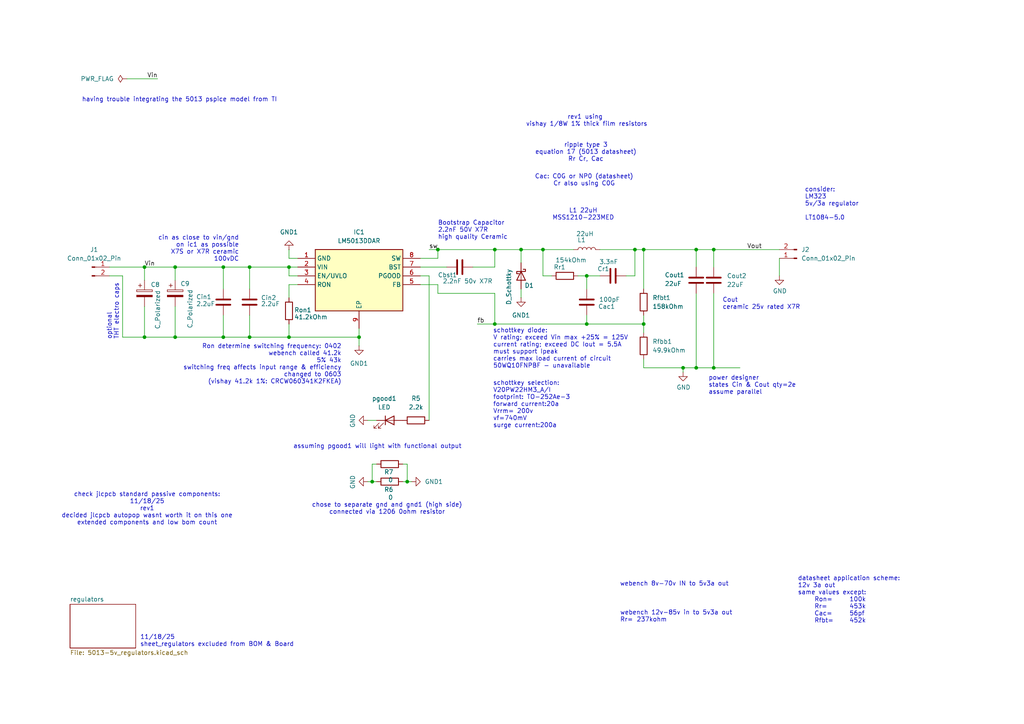
<source format=kicad_sch>
(kicad_sch (version 20250114) (generator "eeschema") (generator_version "9.0")
  (paper "A4")
  (lib_symbols
    (symbol "Connector:Conn_01x02_Pin" (pin_names (offset 1.016) (hide yes))
      (property "Reference" "J" (at 0 2.54 0))
      (property "Value" "Conn_01x02_Pin" (at 0 -5.08 0))
      (symbol "Conn_01x02_Pin_1_1"
        (rectangle (start 0.8636 0.127) (end 0 -0.127) (stroke (width 0.1524)) (fill (type outline)))
        (rectangle (start 0.8636 -2.413) (end 0 -2.667) (stroke (width 0.1524)) (fill (type outline)))
        (polyline (pts (xy 1.27 0) (xy 0.8636 0)) (stroke (width 0.1524)))
        (polyline (pts (xy 1.27 -2.54) (xy 0.8636 -2.54)) (stroke (width 0.1524)))
        (pin passive line (at 5.08 0 180) (length 3.81) (name "Pin_1") (number "1"))
        (pin passive line (at 5.08 -2.54 180) (length 3.81) (name "Pin_2") (number "2"))
      )
    )
    (symbol "Device:C" (pin_numbers (hide yes)) (pin_names (offset 0.254))
      (property "Reference" "C" (at 0.635 2.54 0))
      (property "Value" "C" (at 0.635 -2.54 0))
      (symbol "C_0_1"
        (polyline (pts (xy -2.032 0.762) (xy 2.032 0.762)) (stroke (width 0.508)))
        (polyline (pts (xy -2.032 -0.762) (xy 2.032 -0.762)) (stroke (width 0.508)))
      )
      (symbol "C_1_1"
        (pin passive line (at 0 3.81 270) (length 2.794) (name "~") (number "1"))
        (pin passive line (at 0 -3.81 90) (length 2.794) (name "~") (number "2"))
      )
    )
    (symbol "Device:C_Polarized" (pin_numbers (hide yes)) (pin_names (offset 0.254))
      (property "Reference" "C" (at 0.635 2.54 0))
      (property "Value" "C_Polarized" (at 0.635 -2.54 0))
      (symbol "C_Polarized_0_1"
        (rectangle (start -2.286 0.508) (end 2.286 1.016))
        (polyline (pts (xy -1.778 2.286) (xy -0.762 2.286)))
        (polyline (pts (xy -1.27 2.794) (xy -1.27 1.778)))
        (rectangle (start 2.286 -0.508) (end -2.286 -1.016) (fill (type outline)))
      )
      (symbol "C_Polarized_1_1"
        (pin passive line (at 0 3.81 270) (length 2.794) (name "~") (number "1"))
        (pin passive line (at 0 -3.81 90) (length 2.794) (name "~") (number "2"))
      )
    )
    (symbol "Device:D_Schottky" (pin_numbers (hide yes)) (pin_names (offset 1.016) (hide yes))
      (property "Reference" "D" (at 0 2.54 0))
      (property "Value" "D_Schottky" (at 0 -2.54 0))
      (symbol "D_Schottky_0_1"
        (polyline (pts (xy -1.905 0.635) (xy -1.905 1.27) (xy -1.27 1.27) (xy -1.27 -1.27) (xy -0.635 -1.27) (xy -0.635 -0.635)) (stroke (width 0.254)))
        (polyline (pts (xy 1.27 1.27) (xy 1.27 -1.27) (xy -1.27 0) (xy 1.27 1.27)) (stroke (width 0.254)))
        (polyline (pts (xy 1.27 0) (xy -1.27 0)))
      )
      (symbol "D_Schottky_1_1"
        (pin passive line (at -3.81 0 0) (length 2.54) (name "K") (number "1"))
        (pin passive line (at 3.81 0 180) (length 2.54) (name "A") (number "2"))
      )
    )
    (symbol "Device:L" (pin_numbers (hide yes)) (pin_names (offset 1.016) (hide yes))
      (property "Reference" "L" (at -1.27 0 90))
      (property "Value" "L" (at 1.905 0 90))
      (symbol "L_0_1"
        (arc (start 0 2.54) (mid 0.6323 1.905) (end 0 1.27))
        (arc (start 0 1.27) (mid 0.6323 0.635) (end 0 0))
        (arc (start 0 0) (mid 0.6323 -0.635) (end 0 -1.27))
        (arc (start 0 -1.27) (mid 0.6323 -1.905) (end 0 -2.54))
      )
      (symbol "L_1_1"
        (pin passive line (at 0 3.81 270) (length 1.27) (name "1") (number "1"))
        (pin passive line (at 0 -3.81 90) (length 1.27) (name "2") (number "2"))
      )
    )
    (symbol "Device:LED" (pin_numbers (hide yes)) (pin_names (offset 1.016) (hide yes))
      (property "Reference" "D" (at 0 2.54 0))
      (property "Value" "LED" (at 0 -2.54 0))
      (symbol "LED_0_1"
        (polyline (pts (xy -3.048 -0.762) (xy -4.572 -2.286) (xy -3.81 -2.286) (xy -4.572 -2.286) (xy -4.572 -1.524)))
        (polyline (pts (xy -1.778 -0.762) (xy -3.302 -2.286) (xy -2.54 -2.286) (xy -3.302 -2.286) (xy -3.302 -1.524)))
        (polyline (pts (xy -1.27 0) (xy 1.27 0)))
        (polyline (pts (xy -1.27 -1.27) (xy -1.27 1.27)) (stroke (width 0.254)))
        (polyline (pts (xy 1.27 -1.27) (xy 1.27 1.27) (xy -1.27 0) (xy 1.27 -1.27)) (stroke (width 0.254)))
      )
      (symbol "LED_1_1"
        (pin passive line (at -3.81 0 0) (length 2.54) (name "K") (number "1"))
        (pin passive line (at 3.81 0 180) (length 2.54) (name "A") (number "2"))
      )
    )
    (symbol "Device:R" (pin_numbers (hide yes)) (pin_names (offset 0))
      (property "Reference" "R" (at 2.032 0 90))
      (property "Value" "R" (at 0 0 90))
      (symbol "R_0_1"
        (rectangle (start -1.016 -2.54) (end 1.016 2.54) (stroke (width 0.254)))
      )
      (symbol "R_1_1"
        (pin passive line (at 0 3.81 270) (length 1.27) (name "~") (number "1"))
        (pin passive line (at 0 -3.81 90) (length 1.27) (name "~") (number "2"))
      )
    )
    (symbol "LM5013DDAR:LM5013DDAR"
      (property "Reference" "IC" (at 31.75 7.62 0))
      (property "Value" "LM5013DDAR" (at 31.75 5.08 0))
      (symbol "LM5013DDAR_1_1"
        (rectangle (start 5.08 2.54) (end 30.48 -15.24) (stroke (width 0.254)) (fill (type background)))
        (pin passive line (at 0 0 0) (length 5.08) (name "GND") (number "1"))
        (pin passive line (at 0 -2.54 0) (length 5.08) (name "VIN") (number "2"))
        (pin passive line (at 0 -5.08 0) (length 5.08) (name "EN/UVLO") (number "3"))
        (pin passive line (at 0 -7.62 0) (length 5.08) (name "RON") (number "4"))
        (pin passive line (at 17.78 -20.32 90) (length 5.08) (name "EP") (number "9"))
        (pin passive line (at 35.56 0 180) (length 5.08) (name "SW") (number "8"))
        (pin passive line (at 35.56 -2.54 180) (length 5.08) (name "BST") (number "7"))
        (pin passive line (at 35.56 -5.08 180) (length 5.08) (name "PGOOD") (number "6"))
        (pin passive line (at 35.56 -7.62 180) (length 5.08) (name "FB") (number "5"))
      )
    )
    (symbol "power:GND" (power) (pin_names (offset 0))
      (property "Value" "GND" (at 0 -3.81 0))
      (symbol "GND_0_1"
        (polyline (pts (xy 0 0) (xy 0 -1.27) (xy 1.27 -1.27) (xy 0 -2.54) (xy -1.27 -1.27) (xy 0 -1.27)))
      )
      (symbol "GND_1_1"
        (pin power_in line (at 0 0 270) (length 0) (hide yes) (name "GND") (number "1"))
      )
    )
    (symbol "power:GND1" (power) (pin_numbers (hide yes)) (pin_names (offset 0) (hide yes))
      (property "Value" "GND1" (at 0 -3.81 0))
      (symbol "GND1_0_1"
        (polyline (pts (xy 0 0) (xy 0 -1.27) (xy 1.27 -1.27) (xy 0 -2.54) (xy -1.27 -1.27) (xy 0 -1.27)))
      )
      (symbol "GND1_1_1"
        (pin power_in line (at 0 0 270) (length 0) (name "~") (number "1"))
      )
    )
    (symbol "power:PWR_FLAG" (power) (pin_numbers (hide yes)) (pin_names (offset 0) (hide yes))
      (property "Value" "PWR_FLAG" (at 0 3.81 0))
      (symbol "PWR_FLAG_0_0"
        (pin power_out line (at 0 0 90) (length 0) (name "~") (number "1"))
      )
      (symbol "PWR_FLAG_0_1"
        (polyline (pts (xy 0 0) (xy 0 1.27) (xy -1.016 1.905) (xy 0 2.54) (xy 1.016 1.905) (xy 0 1.27)))
      )
    )
  )
  (text "optional \nTHT electro caps" (at 32.766 98.552 90) (effects (font (size 1.27 1.27)) (justify left)))
  (text "ripple type 3\nequation 17 (5013 datasheet)\nRr Cr, Cac" (at 169.926 44.196 0) (effects (font (size 1.27 1.27))))
  (text "webench 12v-85v in to 5v3a out\nRr=	237kohm" (at 179.832 178.816 0) (effects (font (size 1.27 1.27)) (justify left)))
  (text "consider:\nLM323\n5v/3a regulator\n\nLT1084-5.0" (at 233.426 59.182 0) (effects (font (size 1.27 1.27)) (justify left)))
  (text "rev1 using \nvishay 1/8W 1% thick film resistors" (at 170.18 35.052 0) (effects (font (size 1.27 1.27))))
  (text "assuming pgood1 will light with functional output" (at 109.474 129.54 0) (effects (font (size 1.27 1.27))))
  (text "chose to separate gnd and gnd1 (high side)\nconnected via 1206 0ohm resistor" (at 112.268 147.574 0) (effects (font (size 1.27 1.27))))
  (text "having trouble integrating the 5013 pspice model from TI" (at 52.07 28.956 0) (effects (font (size 1.27 1.27))))
  (text "11/18/25\nsheet_regulators excluded from BOM & Board" (at 40.64 185.928 0) (effects (font (size 1.27 1.27)) (justify left)))
  (text "Cac: C0G or NP0 (datasheet)\nCr also using C0G" (at 169.418 52.324 0) (effects (font (size 1.27 1.27))))
  (text "Cout\nceramic 25v rated X7R" (at 209.55 88.138 0) (effects (font (size 1.27 1.27)) (justify left)))
  (text "Ron determine switching frequency: 0402\nwebench called 41.2k\n5% 43k\nswitching freq affects input range & efficiency\nchanged to 0603\n(vishay 41.2k 1%: CRCW060341K2FKEA)" (at 99.06 105.664 0) (effects (font (size 1.27 1.27)) (justify right)))
  (text "cin as close to vin/gnd\non ic1 as possible\nX7S or X7R ceramic\n100vDC" (at 69.342 72.136 0) (effects (font (size 1.27 1.27)) (justify right)))
  (text "datasheet application scheme:\n12v 3a out\nsame values except:\n	Ron=	100k\n	Rr=		453k\n	Cac=	56pf\n	Rfbt=	452k " (at 231.394 173.99 0) (effects (font (size 1.27 1.27)) (justify left)))
  (text "schottkey selection:\nV20PW22HM3_A/I\nfootprint: TO-252Ae-3\nforward current:20a\nVrrm= 200v\nvf=740mV\nsurge current:200a\n" (at 143.002 117.348 0) (effects (font (size 1.27 1.27)) (justify left)))
  (text "L1 22uH\nMSS1210-223MED" (at 169.164 62.23 0) (effects (font (size 1.27 1.27))))
  (text "Bootstrap Capacitor\n2.2nF 50V X7R\nhigh quality Ceramic" (at 127 66.802 0) (effects (font (size 1.27 1.27)) (justify left)))
  (text "check jlcpcb standard passive components:\n11/18/25\nrev1\ndecided jlcpcb autopop wasnt worth it on this one\nextended components and low bom count" (at 42.672 147.574 0) (effects (font (size 1.27 1.27))))
  (text "power designer\nstates Cin & Cout qty=2e\nassume parallel" (at 205.486 111.76 0) (effects (font (size 1.27 1.27)) (justify left)))
  (text "schottkey diode:\nV rating; exceed Vin max +25% = 125V\ncurrent rating; exceed DC Iout = 5.5A\nmust support Ipeak\ncarries max load current of circuit\n50WQ10FNPBF - unavailable" (at 143.002 101.092 0) (effects (font (size 1.27 1.27)) (justify left)))
  (text "webench 8v-70v IN to 5v3a out" (at 195.58 169.418 0) (effects (font (size 1.27 1.27))))
  (junction (at 83.82 97.79))
  (junction (at 41.91 97.79))
  (junction (at 186.69 93.98))
  (junction (at 83.82 77.47))
  (junction (at 201.93 72.39))
  (junction (at 170.18 80.01))
  (junction (at 184.15 72.39))
  (junction (at 107.95 139.7))
  (junction (at 127 72.39))
  (junction (at 104.14 97.79))
  (junction (at 64.77 97.79))
  (junction (at 198.12 106.68))
  (junction (at 118.11 139.7))
  (junction (at 72.39 97.79))
  (junction (at 186.69 72.39))
  (junction (at 207.01 72.39))
  (junction (at 64.77 77.47))
  (junction (at 41.91 77.47))
  (junction (at 170.18 93.98))
  (junction (at 50.8 97.79))
  (junction (at 50.8 77.47))
  (junction (at 143.51 93.98))
  (junction (at 207.01 106.68))
  (junction (at 157.48 72.39))
  (junction (at 143.51 72.39))
  (junction (at 151.13 72.39))
  (junction (at 72.39 77.47))
  (junction (at 201.93 106.68))
  (wire (pts (xy 64.77 91.44) (xy 64.77 97.79)))
  (wire (pts (xy 127 82.55) (xy 127 85.09)))
  (wire (pts (xy 86.36 74.93) (xy 83.82 74.93)))
  (wire (pts (xy 83.82 97.79) (xy 104.14 97.79)))
  (wire (pts (xy 121.92 74.93) (xy 127 74.93)))
  (wire (pts (xy 104.14 100.33) (xy 104.14 97.79)))
  (wire (pts (xy 109.22 121.92) (xy 106.68 121.92)))
  (wire (pts (xy 143.51 85.09) (xy 143.51 93.98)))
  (wire (pts (xy 31.75 77.47) (xy 41.91 77.47)))
  (wire (pts (xy 160.02 80.01) (xy 157.48 80.01)))
  (wire (pts (xy 198.12 106.68) (xy 201.93 106.68)))
  (wire (pts (xy 31.75 80.01) (xy 35.56 80.01)))
  (wire (pts (xy 64.77 77.47) (xy 64.77 83.82)))
  (wire (pts (xy 83.82 80.01) (xy 83.82 77.47)))
  (wire (pts (xy 106.68 139.7) (xy 107.95 139.7)))
  (wire (pts (xy 184.15 72.39) (xy 186.69 72.39)))
  (wire (pts (xy 83.82 82.55) (xy 86.36 82.55)))
  (wire (pts (xy 143.51 72.39) (xy 151.13 72.39)))
  (wire (pts (xy 104.14 95.25) (xy 104.14 97.79)))
  (wire (pts (xy 50.8 81.28) (xy 50.8 77.47)))
  (wire (pts (xy 127 72.39) (xy 143.51 72.39)))
  (wire (pts (xy 83.82 93.98) (xy 83.82 97.79)))
  (wire (pts (xy 201.93 72.39) (xy 207.01 72.39)))
  (wire (pts (xy 157.48 80.01) (xy 157.48 72.39)))
  (wire (pts (xy 41.91 77.47) (xy 50.8 77.47)))
  (wire (pts (xy 170.18 80.01) (xy 170.18 83.82)))
  (wire (pts (xy 36.83 22.86) (xy 45.72 22.86)))
  (wire (pts (xy 201.93 85.09) (xy 201.93 106.68)))
  (wire (pts (xy 41.91 88.9) (xy 41.91 97.79)))
  (wire (pts (xy 118.11 139.7) (xy 119.38 139.7)))
  (wire (pts (xy 41.91 97.79) (xy 50.8 97.79)))
  (wire (pts (xy 201.93 72.39) (xy 201.93 77.47)))
  (wire (pts (xy 72.39 77.47) (xy 72.39 83.82)))
  (wire (pts (xy 72.39 77.47) (xy 83.82 77.47)))
  (wire (pts (xy 124.46 72.39) (xy 127 72.39)))
  (wire (pts (xy 207.01 106.68) (xy 214.63 106.68)))
  (wire (pts (xy 170.18 93.98) (xy 186.69 93.98)))
  (wire (pts (xy 83.82 74.93) (xy 83.82 72.39)))
  (wire (pts (xy 138.43 93.98) (xy 143.51 93.98)))
  (wire (pts (xy 201.93 106.68) (xy 207.01 106.68)))
  (wire (pts (xy 121.92 82.55) (xy 127 82.55)))
  (wire (pts (xy 186.69 72.39) (xy 201.93 72.39)))
  (wire (pts (xy 207.01 72.39) (xy 207.01 77.47)))
  (wire (pts (xy 151.13 76.2) (xy 151.13 72.39)))
  (wire (pts (xy 35.56 80.01) (xy 35.56 97.79)))
  (wire (pts (xy 167.64 80.01) (xy 170.18 80.01)))
  (wire (pts (xy 86.36 80.01) (xy 83.82 80.01)))
  (wire (pts (xy 184.15 80.01) (xy 184.15 72.39)))
  (wire (pts (xy 116.84 139.7) (xy 118.11 139.7)))
  (wire (pts (xy 124.46 80.01) (xy 124.46 121.92)))
  (wire (pts (xy 186.69 91.44) (xy 186.69 93.98)))
  (wire (pts (xy 86.36 77.47) (xy 83.82 77.47)))
  (wire (pts (xy 170.18 80.01) (xy 173.99 80.01)))
  (wire (pts (xy 50.8 88.9) (xy 50.8 97.79)))
  (wire (pts (xy 109.22 134.62) (xy 107.95 134.62)))
  (wire (pts (xy 186.69 104.14) (xy 186.69 106.68)))
  (wire (pts (xy 127 85.09) (xy 143.51 85.09)))
  (wire (pts (xy 151.13 83.82) (xy 151.13 86.36)))
  (wire (pts (xy 116.84 134.62) (xy 118.11 134.62)))
  (wire (pts (xy 143.51 77.47) (xy 143.51 72.39)))
  (wire (pts (xy 226.06 74.93) (xy 226.06 80.01)))
  (wire (pts (xy 35.56 97.79) (xy 41.91 97.79)))
  (wire (pts (xy 121.92 77.47) (xy 129.54 77.47)))
  (wire (pts (xy 157.48 72.39) (xy 166.37 72.39)))
  (wire (pts (xy 143.51 93.98) (xy 170.18 93.98)))
  (wire (pts (xy 50.8 97.79) (xy 64.77 97.79)))
  (wire (pts (xy 198.12 106.68) (xy 198.12 107.95)))
  (wire (pts (xy 72.39 91.44) (xy 72.39 97.79)))
  (wire (pts (xy 186.69 106.68) (xy 198.12 106.68)))
  (wire (pts (xy 173.99 72.39) (xy 184.15 72.39)))
  (wire (pts (xy 137.16 77.47) (xy 143.51 77.47)))
  (wire (pts (xy 186.69 72.39) (xy 186.69 83.82)))
  (wire (pts (xy 64.77 77.47) (xy 72.39 77.47)))
  (wire (pts (xy 107.95 134.62) (xy 107.95 139.7)))
  (wire (pts (xy 50.8 77.47) (xy 64.77 77.47)))
  (wire (pts (xy 186.69 93.98) (xy 186.69 96.52)))
  (wire (pts (xy 118.11 134.62) (xy 118.11 139.7)))
  (wire (pts (xy 83.82 82.55) (xy 83.82 86.36)))
  (wire (pts (xy 72.39 97.79) (xy 83.82 97.79)))
  (wire (pts (xy 121.92 80.01) (xy 124.46 80.01)))
  (wire (pts (xy 207.01 72.39) (xy 226.06 72.39)))
  (wire (pts (xy 170.18 91.44) (xy 170.18 93.98)))
  (wire (pts (xy 107.95 139.7) (xy 109.22 139.7)))
  (wire (pts (xy 181.61 80.01) (xy 184.15 80.01)))
  (wire (pts (xy 64.77 97.79) (xy 72.39 97.79)))
  (wire (pts (xy 151.13 72.39) (xy 157.48 72.39)))
  (wire (pts (xy 207.01 85.09) (xy 207.01 106.68)))
  (wire (pts (xy 127 74.93) (xy 127 72.39)))
  (wire (pts (xy 41.91 81.28) (xy 41.91 77.47)))
  (label "Vout" (at 220.98 72.39 180))
  (label "Vin" (at 41.91 77.47 0))
  (label "sw" (at 124.46 72.39 0))
  (label "Vin" (at 45.72 22.86 180))
  (label "fb" (at 138.43 93.98 0))
  (symbol (lib_id "power:GND1") (at 119.38 139.7 90) (unit 1)
    (property "Reference" "#PWR08" (effects (hide yes)))
    (property "Value" "GND1" (at 123.19 139.6999 90) (effects (justify right)))
    (property "Description" "Power symbol creates a global label with name \"GND1\" , ground" (effects (hide yes)))
  )
  (symbol (lib_id "power:GND") (at 198.12 107.95 0) (unit 1)
    (property "Reference" "#PWR02" (effects (hide yes)))
    (property "Value" "GND" (at 198.247 112.3442 0))
  )
  (symbol (lib_id "Device:C_Polarized") (at 50.8 85.09 0) (unit 1)
    (property "Reference" "C9" (at 52.324 82.296 0) (effects (justify left)))
    (property "Value" "C_Polarized" (at 55.118 95.25 90) (effects (justify left)))
    (property "Footprint" "Capacitor_THT:CP_Radial_D5.0mm_P2.00mm" (effects (hide yes)))
    (property "Description" "Polarized capacitor" (effects (hide yes)))
  )
  (symbol (lib_id "Device:C") (at 170.18 87.63 0) (unit 1)
    (property "Reference" "Cac1" (at 173.482 88.9001 0) (effects (justify left)))
    (property "Value" "100pF" (at 173.736 86.868 0) (effects (justify left)))
    (property "Footprint" "Capacitor_SMD:C_0805_2012Metric_Pad1.18x1.45mm_HandSolder" (effects (hide yes)))
    (property "Description" "Unpolarized capacitor" (effects (hide yes)))
  )
  (symbol (lib_id "power:GND") (at 106.68 121.92 270) (unit 1)
    (property "Reference" "#PWR012" (effects (hide yes)))
    (property "Value" "GND" (at 102.2858 122.047 0))
  )
  (symbol (lib_id "Device:C") (at 201.93 81.28 0) (unit 1)
    (property "Reference" "Cout1" (at 192.786 79.756 0) (effects (justify left)))
    (property "Value" "22uF" (at 192.786 82.296 0) (effects (justify left)))
    (property "Footprint" "Capacitor_SMD:C_1210_3225Metric_Pad1.33x2.70mm_HandSolder" (effects (hide yes)))
    (property "Description" "Unpolarized capacitor" (effects (hide yes)))
  )
  (symbol (lib_id "LM5013DDAR:LM5013DDAR") (at 86.36 74.93 0) (unit 1)
    (property "Reference" "IC1" (at 104.14 67.31 0))
    (property "Value" "LM5013DDAR" (at 104.14 69.85 0))
    (property "Footprint" "kyuditsky_kicad:SOIC127P600X170-9N" (effects (hide yes)))
    (property "Datasheet" "https://www.ti.com/lit/ds/symlink/lm5013.pdf" (effects (hide yes)))
    (property "Description" "Switching Voltage Regulators 6-V to 100-V input, 3.5-A non-synchronous buck DC/DC converter with ultra-low quiescent current (IQ) 8-SO PowerPAD -40 to 150" (effects (hide yes)))
    (property "Height" "1.7" (effects (hide yes)))
    (property "Mouser Part Number" "595-LM5013DDAR" (effects (hide yes)))
    (property "Mouser Price/Stock" "https://www.mouser.co.uk/ProductDetail/Texas-Instruments/LM5013DDAR?qs=T%252BzbugeAwjiWkH6WZkskpg%3D%3D" (effects (hide yes)))
    (property "Manufacturer_Name" "Texas Instruments" (effects (hide yes)))
    (property "Manufacturer_Part_Number" "LM5013DDAR" (effects (hide yes)))
    (property "Sim.Library" "./" (effects (hide yes)))
  )
  (symbol (lib_id "Device:R") (at 113.03 139.7 90) (unit 1)
    (property "Reference" "R6" (at 112.776 141.986 90))
    (property "Value" "0" (at 113.284 144.272 90))
    (property "Footprint" "Resistor_SMD:R_1206_3216Metric_Pad1.30x1.75mm_HandSolder" (effects (hide yes)))
    (property "Description" "Resistor" (effects (hide yes)))
  )
  (symbol (lib_id "Device:R") (at 83.82 90.17 0) (unit 1)
    (property "Reference" "Ron1" (at 85.344 89.916 0) (effects (justify left)))
    (property "Value" "41.2kOhm" (at 85.344 91.948 0) (effects (justify left)))
    (property "Footprint" "Resistor_SMD:R_0603_1608Metric_Pad0.98x0.95mm_HandSolder" (effects (hide yes)))
    (property "Description" "Resistor" (effects (hide yes)))
  )
  (symbol (lib_id "Device:R") (at 120.65 121.92 90) (unit 1)
    (property "Reference" "R5" (at 120.65 115.57 90))
    (property "Value" "2.2k" (at 120.65 118.11 90))
    (property "Footprint" "Resistor_SMD:R_0603_1608Metric_Pad0.98x0.95mm_HandSolder" (effects (hide yes)))
    (property "Description" "Resistor" (effects (hide yes)))
  )
  (symbol (lib_id "power:GND1") (at 151.13 86.36 0) (unit 1)
    (property "Reference" "#PWR010" (effects (hide yes)))
    (property "Value" "GND1" (at 151.13 91.44 0))
    (property "Description" "Power symbol creates a global label with name \"GND1\" , ground" (effects (hide yes)))
  )
  (symbol (lib_id "power:GND") (at 226.06 80.01 0) (unit 1)
    (property "Reference" "#PWR011" (effects (hide yes)))
    (property "Value" "GND" (at 226.187 84.4042 0))
  )
  (symbol (lib_id "Device:R") (at 186.69 100.33 0) (unit 1)
    (property "Reference" "Rfbb1" (at 189.23 99.0599 0) (effects (justify left)))
    (property "Value" "49.9kOhm" (at 189.23 101.5999 0) (effects (justify left)))
    (property "Footprint" "Resistor_SMD:R_0603_1608Metric_Pad0.98x0.95mm_HandSolder" (effects (hide yes)))
    (property "Description" "Resistor" (effects (hide yes)))
  )
  (symbol (lib_id "Device:D_Schottky") (at 151.13 80.01 270) (unit 1)
    (property "Reference" "D1" (at 152.146 82.804 90) (effects (justify left)))
    (property "Value" "D_Schottky" (at 147.574 77.978 0) (effects (justify left)))
    (property "Footprint" "kyuditsky_kicad:TO-252-Ae-3" (effects (hide yes)))
    (property "Datasheet" "https://www.vishay.com/docs/87004/v20pw22.pdf" (effects (hide yes)))
    (property "Description" "Schottky diode" (effects (hide yes)))
  )
  (symbol (lib_id "power:PWR_FLAG") (at 36.83 22.86 90) (unit 1)
    (property "Reference" "#FLG01" (effects (hide yes)))
    (property "Value" "PWR_FLAG" (at 33.02 22.8599 90) (effects (justify left)))
    (property "Description" "Special symbol for telling ERC where power comes from" (effects (hide yes)))
  )
  (symbol (lib_id "Device:L") (at 170.18 72.39 90) (unit 1)
    (property "Reference" "L1" (at 169.926 69.596 90) (effects (justify left)))
    (property "Value" "22uH" (at 172.212 67.818 90) (effects (justify left)))
    (property "Footprint" "kyuditsky_kicad:INDPM120120X1020N" (effects (hide yes)))
    (property "Datasheet" "https://www.coilcraft.com/getmedia/f1a1bc5f-bdff-42f8-9ca8-1a0fb1d5094f/mss1210.pdf" (effects (hide yes)))
    (property "Description" "Inductor" (effects (hide yes)))
  )
  (symbol (lib_id "Device:C") (at 177.8 80.01 90) (unit 1)
    (property "Reference" "Cr1" (at 175.006 77.978 90))
    (property "Value" "3.3nF" (at 176.53 75.946 90))
    (property "Footprint" "Capacitor_SMD:C_0805_2012Metric_Pad1.18x1.45mm_HandSolder" (effects (hide yes)))
    (property "Description" "Unpolarized capacitor" (effects (hide yes)))
  )
  (symbol (lib_id "Device:C") (at 72.39 87.63 0) (unit 1)
    (property "Reference" "Cin2" (at 75.692 86.36 0) (effects (justify left)))
    (property "Value" "2.2uF" (at 75.692 88.138 0) (effects (justify left)))
    (property "Footprint" "Capacitor_SMD:C_1210_3225Metric_Pad1.33x2.70mm_HandSolder" (effects (hide yes)))
    (property "Description" "Unpolarized capacitor" (effects (hide yes)))
  )
  (symbol (lib_id "Device:C") (at 207.01 81.28 0) (unit 1)
    (property "Reference" "Cout2" (at 210.82 80.0099 0) (effects (justify left)))
    (property "Value" "22uF" (at 210.82 82.5499 0) (effects (justify left)))
    (property "Footprint" "Capacitor_SMD:C_1210_3225Metric_Pad1.33x2.70mm_HandSolder" (effects (hide yes)))
    (property "Description" "Unpolarized capacitor" (effects (hide yes)))
  )
  (symbol (lib_id "Connector:Conn_01x02_Pin") (at 231.14 74.93 180) (unit 1)
    (property "Reference" "J2" (at 232.41 72.3899 0) (effects (justify right)))
    (property "Value" "Conn_01x02_Pin" (at 232.41 74.9299 0) (effects (justify right)))
    (property "Footprint" "Connector_PinHeader_2.54mm:PinHeader_1x02_P2.54mm_Vertical" (effects (hide yes)))
    (property "Description" "Generic connector, single row, 01x02, script generated" (effects (hide yes)))
  )
  (symbol (lib_id "Device:C_Polarized") (at 41.91 85.09 0) (unit 1)
    (property "Reference" "C8" (at 43.688 82.55 0) (effects (justify left)))
    (property "Value" "C_Polarized" (at 45.72 95.504 90) (effects (justify left)))
    (property "Footprint" "Capacitor_THT:CP_Radial_D5.0mm_P2.00mm" (effects (hide yes)))
    (property "Description" "Polarized capacitor" (effects (hide yes)))
  )
  (symbol (lib_id "Device:LED") (at 113.03 121.92 0) (unit 1)
    (property "Reference" "pgood1" (at 111.4425 115.57 0))
    (property "Value" "LED" (at 111.4425 118.11 0))
    (property "Footprint" "LED_SMD:LED_0603_1608Metric_Pad1.05x0.95mm_HandSolder" (effects (hide yes)))
    (property "Description" "Light emitting diode" (effects (hide yes)))
    (property "Sim.Pins" "1=K 2=A" (effects (hide yes)))
  )
  (symbol (lib_id "Device:R") (at 186.69 87.63 0) (unit 1)
    (property "Reference" "Rfbt1" (at 189.23 86.3599 0) (effects (justify left)))
    (property "Value" "158kOhm" (at 189.23 88.8999 0) (effects (justify left)))
    (property "Footprint" "Resistor_SMD:R_0603_1608Metric_Pad0.98x0.95mm_HandSolder" (effects (hide yes)))
    (property "Description" "Resistor" (effects (hide yes)))
  )
  (symbol (lib_id "Device:C") (at 133.35 77.47 270) (unit 1)
    (property "Reference" "Cbst1" (at 129.794 79.756 90))
    (property "Value" "2.2nF 50v X7R" (at 135.636 81.534 90))
    (property "Footprint" "Capacitor_SMD:C_0805_2012Metric_Pad1.18x1.45mm_HandSolder" (effects (hide yes)))
    (property "Description" "Unpolarized capacitor" (effects (hide yes)))
  )
  (symbol (lib_id "Device:R") (at 163.83 80.01 90) (unit 1)
    (property "Reference" "Rr1" (at 162.306 77.47 90))
    (property "Value" "154kOhm" (at 165.608 75.438 90))
    (property "Footprint" "Resistor_SMD:R_0603_1608Metric_Pad0.98x0.95mm_HandSolder" (effects (hide yes)))
    (property "Description" "Resistor" (effects (hide yes)))
  )
  (symbol (lib_id "power:GND") (at 106.68 139.7 270) (unit 1)
    (property "Reference" "#PWR01" (effects (hide yes)))
    (property "Value" "GND" (at 102.2858 139.827 0))
  )
  (symbol (lib_id "Device:R") (at 113.03 134.62 90) (unit 1)
    (property "Reference" "R7" (at 112.776 136.906 90))
    (property "Value" "0" (at 113.284 139.192 90))
    (property "Footprint" "Resistor_SMD:R_1206_3216Metric_Pad1.30x1.75mm_HandSolder" (effects (hide yes)))
    (property "Description" "Resistor" (effects (hide yes)))
  )
  (symbol (lib_id "power:GND1") (at 104.14 100.33 0) (unit 1)
    (property "Reference" "#PWR013" (effects (hide yes)))
    (property "Value" "GND1" (at 104.14 105.41 0))
    (property "Description" "Power symbol creates a global label with name \"GND1\" , ground" (effects (hide yes)))
  )
  (symbol (lib_id "power:GND1") (at 83.82 72.39 180) (unit 1)
    (property "Reference" "#PWR09" (effects (hide yes)))
    (property "Value" "GND1" (at 83.82 67.31 0))
    (property "Description" "Power symbol creates a global label with name \"GND1\" , ground" (effects (hide yes)))
  )
  (symbol (lib_id "Device:C") (at 64.77 87.63 0) (unit 1)
    (property "Reference" "Cin1" (at 56.896 86.106 0) (effects (justify left)))
    (property "Value" "2.2uF" (at 56.896 88.138 0) (effects (justify left)))
    (property "Footprint" "Capacitor_SMD:C_1210_3225Metric_Pad1.33x2.70mm_HandSolder" (effects (hide yes)))
    (property "Description" "Unpolarized capacitor" (effects (hide yes)))
    (property "Sim.Device" "C" (effects (hide yes)))
    (property "Sim.Pins" "1=+ 2=-" (effects (hide yes)))
  )
  (symbol (lib_id "Connector:Conn_01x02_Pin") (at 26.67 77.47 0) (unit 1)
    (property "Reference" "J1" (at 27.305 72.39 0))
    (property "Value" "Conn_01x02_Pin" (at 27.305 74.93 0))
    (property "Footprint" "Connector_PinHeader_2.54mm:PinHeader_1x02_P2.54mm_Vertical" (effects (hide yes)))
    (property "Description" "Generic connector, single row, 01x02, script generated" (effects (hide yes)))
  )
  (sheet (at 20.32 175.26) (size 19.05 12.7) (stroke (width 0.1524))
    (property "Sheetname" "regulators" (at 20.32 174.5484 0) (effects (justify left bottom)))
    (property "Sheetfile" "5013-5v_regulators.kicad_sch" (at 20.32 188.5446 0) (effects (justify left top)))
  )
)
</source>
